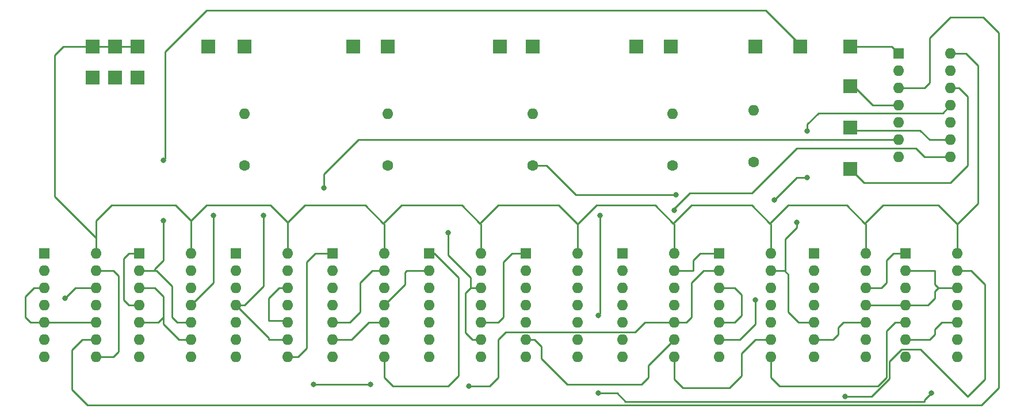
<source format=gbr>
%TF.GenerationSoftware,KiCad,Pcbnew,(5.1.6)-1*%
%TF.CreationDate,2020-12-22T11:19:16+01:00*%
%TF.ProjectId,Addierer,41646469-6572-4657-922e-6b696361645f,rev?*%
%TF.SameCoordinates,Original*%
%TF.FileFunction,Copper,L2,Bot*%
%TF.FilePolarity,Positive*%
%FSLAX46Y46*%
G04 Gerber Fmt 4.6, Leading zero omitted, Abs format (unit mm)*
G04 Created by KiCad (PCBNEW (5.1.6)-1) date 2020-12-22 11:19:16*
%MOMM*%
%LPD*%
G01*
G04 APERTURE LIST*
%TA.AperFunction,ComponentPad*%
%ADD10R,2.000000X2.000000*%
%TD*%
%TA.AperFunction,ComponentPad*%
%ADD11O,1.600000X1.600000*%
%TD*%
%TA.AperFunction,ComponentPad*%
%ADD12C,1.600000*%
%TD*%
%TA.AperFunction,ComponentPad*%
%ADD13R,1.600000X1.600000*%
%TD*%
%TA.AperFunction,ViaPad*%
%ADD14C,0.800000*%
%TD*%
%TA.AperFunction,Conductor*%
%ADD15C,0.250000*%
%TD*%
G04 APERTURE END LIST*
D10*
%TO.P,GND,1*%
%TO.N,Net-(GND1-Pad1)*%
X60452000Y-99568000D03*
%TD*%
%TO.P,GND,1*%
%TO.N,Net-(GND1-Pad1)*%
X57150000Y-99568000D03*
%TD*%
%TO.P,Vcc,1*%
%TO.N,+5V*%
X60452000Y-94996000D03*
%TD*%
%TO.P,Vcc,1*%
%TO.N,+5V*%
X57150000Y-94996000D03*
%TD*%
%TO.P,a1,1*%
%TO.N,Net-(U1-Pad1)*%
X70866000Y-94996000D03*
%TD*%
%TO.P,a2,1*%
%TO.N,Net-(U3-Pad4)*%
X92202000Y-94996000D03*
%TD*%
%TO.P,a3,1*%
%TO.N,Net-(U5-Pad12)*%
X113792000Y-94996000D03*
%TD*%
%TO.P,a4,1*%
%TO.N,Net-(U8-Pad12)*%
X133858000Y-94996000D03*
%TD*%
%TO.P,b1,1*%
%TO.N,Net-(U12-Pad1)*%
X165354000Y-94996000D03*
%TD*%
%TO.P,b2,1*%
%TO.N,Net-(U12-Pad4)*%
X165354000Y-100838000D03*
%TD*%
%TO.P,b3,1*%
%TO.N,Net-(U12-Pad9)*%
X165354000Y-106934000D03*
%TD*%
%TO.P,b4,1*%
%TO.N,Net-(U12-Pad12)*%
X165354000Y-113030000D03*
%TD*%
%TO.P,GND,1*%
%TO.N,Net-(GND1-Pad1)*%
X53848000Y-99568000D03*
%TD*%
D11*
%TO.P,R1,2*%
%TO.N,Net-(R1-Pad2)*%
X76200000Y-104902000D03*
D12*
%TO.P,R1,1*%
%TO.N,Net-(R1-Pad1)*%
X76200000Y-112522000D03*
%TD*%
D11*
%TO.P,R3,2*%
%TO.N,Net-(R3-Pad2)*%
X97282000Y-104902000D03*
D12*
%TO.P,R3,1*%
%TO.N,Net-(R3-Pad1)*%
X97282000Y-112522000D03*
%TD*%
%TO.P,R5,1*%
%TO.N,Net-(R5-Pad1)*%
X118618000Y-112522000D03*
D11*
%TO.P,R5,2*%
%TO.N,Net-(R5-Pad2)*%
X118618000Y-104902000D03*
%TD*%
D12*
%TO.P,R7,1*%
%TO.N,Net-(R7-Pad1)*%
X139192000Y-112522000D03*
D11*
%TO.P,R7,2*%
%TO.N,Net-(R7-Pad2)*%
X139192000Y-104902000D03*
%TD*%
D12*
%TO.P,R8,1*%
%TO.N,Net-(R8-Pad1)*%
X151130000Y-112014000D03*
D11*
%TO.P,R8,2*%
%TO.N,Net-(R8-Pad2)*%
X151130000Y-104394000D03*
%TD*%
D10*
%TO.P,S1,1*%
%TO.N,Net-(R1-Pad2)*%
X76200000Y-94996000D03*
%TD*%
%TO.P,S2,1*%
%TO.N,Net-(R3-Pad2)*%
X97282000Y-94996000D03*
%TD*%
%TO.P,S3,1*%
%TO.N,Net-(R5-Pad2)*%
X118618000Y-94996000D03*
%TD*%
%TO.P,S4,1*%
%TO.N,Net-(R7-Pad2)*%
X138938000Y-94996000D03*
%TD*%
D13*
%TO.P,U1,1*%
%TO.N,Net-(U1-Pad1)*%
X46736000Y-125476000D03*
D11*
%TO.P,U1,8*%
%TO.N,Net-(U1-Pad13)*%
X54356000Y-140716000D03*
%TO.P,U1,2*%
%TO.N,Net-(U1-Pad2)*%
X46736000Y-128016000D03*
%TO.P,U1,9*%
X54356000Y-138176000D03*
%TO.P,U1,3*%
%TO.N,Net-(U1-Pad10)*%
X46736000Y-130556000D03*
%TO.P,U1,10*%
X54356000Y-135636000D03*
%TO.P,U1,4*%
%TO.N,Net-(U1-Pad1)*%
X46736000Y-133096000D03*
%TO.P,U1,11*%
%TO.N,Net-(U1-Pad11)*%
X54356000Y-133096000D03*
%TO.P,U1,5*%
%TO.N,Net-(U1-Pad10)*%
X46736000Y-135636000D03*
%TO.P,U1,12*%
%TO.N,Net-(U1-Pad12)*%
X54356000Y-130556000D03*
%TO.P,U1,6*%
X46736000Y-138176000D03*
%TO.P,U1,13*%
%TO.N,Net-(U1-Pad13)*%
X54356000Y-128016000D03*
%TO.P,U1,7*%
%TO.N,Net-(GND1-Pad1)*%
X46736000Y-140716000D03*
%TO.P,U1,14*%
%TO.N,+5V*%
X54356000Y-125476000D03*
%TD*%
D13*
%TO.P,U2,1*%
%TO.N,Net-(U1-Pad11)*%
X60706000Y-125476000D03*
D11*
%TO.P,U2,8*%
%TO.N,Net-(U2-Pad13)*%
X68326000Y-140716000D03*
%TO.P,U2,2*%
%TO.N,Net-(U11-Pad1)*%
X60706000Y-128016000D03*
%TO.P,U2,9*%
%TO.N,Net-(U2-Pad3)*%
X68326000Y-138176000D03*
%TO.P,U2,3*%
X60706000Y-130556000D03*
%TO.P,U2,10*%
%TO.N,Net-(U11-Pad1)*%
X68326000Y-135636000D03*
%TO.P,U2,4*%
%TO.N,Net-(U1-Pad11)*%
X60706000Y-133096000D03*
%TO.P,U2,11*%
%TO.N,Net-(R1-Pad1)*%
X68326000Y-133096000D03*
%TO.P,U2,5*%
%TO.N,Net-(U2-Pad3)*%
X60706000Y-135636000D03*
%TO.P,U2,12*%
%TO.N,Net-(U2-Pad12)*%
X68326000Y-130556000D03*
%TO.P,U2,6*%
X60706000Y-138176000D03*
%TO.P,U2,13*%
%TO.N,Net-(U2-Pad13)*%
X68326000Y-128016000D03*
%TO.P,U2,7*%
%TO.N,Net-(GND1-Pad1)*%
X60706000Y-140716000D03*
%TO.P,U2,14*%
%TO.N,+5V*%
X68326000Y-125476000D03*
%TD*%
%TO.P,U3,14*%
%TO.N,+5V*%
X82550000Y-125476000D03*
%TO.P,U3,7*%
%TO.N,Net-(GND1-Pad1)*%
X74930000Y-140716000D03*
%TO.P,U3,13*%
%TO.N,Net-(U12-Pad6)*%
X82550000Y-128016000D03*
%TO.P,U3,6*%
%TO.N,Net-(U3-Pad10)*%
X74930000Y-138176000D03*
%TO.P,U3,12*%
X82550000Y-130556000D03*
%TO.P,U3,5*%
%TO.N,Net-(U12-Pad6)*%
X74930000Y-135636000D03*
%TO.P,U3,11*%
%TO.N,Net-(U3-Pad11)*%
X82550000Y-133096000D03*
%TO.P,U3,4*%
%TO.N,Net-(U3-Pad4)*%
X74930000Y-133096000D03*
%TO.P,U3,10*%
%TO.N,Net-(U3-Pad10)*%
X82550000Y-135636000D03*
%TO.P,U3,3*%
%TO.N,Net-(U3-Pad3)*%
X74930000Y-130556000D03*
%TO.P,U3,9*%
%TO.N,Net-(U3-Pad4)*%
X82550000Y-138176000D03*
%TO.P,U3,2*%
%TO.N,Net-(U1-Pad10)*%
X74930000Y-128016000D03*
%TO.P,U3,8*%
%TO.N,Net-(U3-Pad8)*%
X82550000Y-140716000D03*
D13*
%TO.P,U3,1*%
%TO.N,Net-(U2-Pad3)*%
X74930000Y-125476000D03*
%TD*%
D11*
%TO.P,U4,14*%
%TO.N,+5V*%
X96774000Y-125476000D03*
%TO.P,U4,7*%
%TO.N,Net-(GND1-Pad1)*%
X89154000Y-140716000D03*
%TO.P,U4,13*%
%TO.N,Net-(U3-Pad3)*%
X96774000Y-128016000D03*
%TO.P,U4,6*%
%TO.N,Net-(U4-Pad10)*%
X89154000Y-138176000D03*
%TO.P,U4,12*%
X96774000Y-130556000D03*
%TO.P,U4,5*%
%TO.N,Net-(U3-Pad3)*%
X89154000Y-135636000D03*
%TO.P,U4,11*%
%TO.N,Net-(U4-Pad11)*%
X96774000Y-133096000D03*
%TO.P,U4,4*%
%TO.N,Net-(U4-Pad3)*%
X89154000Y-133096000D03*
%TO.P,U4,10*%
%TO.N,Net-(U4-Pad10)*%
X96774000Y-135636000D03*
%TO.P,U4,3*%
%TO.N,Net-(U4-Pad3)*%
X89154000Y-130556000D03*
%TO.P,U4,9*%
X96774000Y-138176000D03*
%TO.P,U4,2*%
%TO.N,Net-(U3-Pad11)*%
X89154000Y-128016000D03*
%TO.P,U4,8*%
%TO.N,Net-(U4-Pad8)*%
X96774000Y-140716000D03*
D13*
%TO.P,U4,1*%
%TO.N,Net-(U3-Pad8)*%
X89154000Y-125476000D03*
%TD*%
%TO.P,U5,1*%
%TO.N,Net-(U4-Pad8)*%
X103378000Y-125476000D03*
D11*
%TO.P,U5,8*%
%TO.N,Net-(U5-Pad13)*%
X110998000Y-140716000D03*
%TO.P,U5,2*%
%TO.N,Net-(U4-Pad11)*%
X103378000Y-128016000D03*
%TO.P,U5,9*%
%TO.N,Net-(U5-Pad12)*%
X110998000Y-138176000D03*
%TO.P,U5,3*%
%TO.N,Net-(R3-Pad1)*%
X103378000Y-130556000D03*
%TO.P,U5,10*%
%TO.N,Net-(U12-Pad8)*%
X110998000Y-135636000D03*
%TO.P,U5,4*%
%TO.N,Net-(U4-Pad10)*%
X103378000Y-133096000D03*
%TO.P,U5,11*%
%TO.N,Net-(U5-Pad11)*%
X110998000Y-133096000D03*
%TO.P,U5,5*%
%TO.N,Net-(U3-Pad10)*%
X103378000Y-135636000D03*
%TO.P,U5,12*%
%TO.N,Net-(U5-Pad12)*%
X110998000Y-130556000D03*
%TO.P,U5,6*%
%TO.N,Net-(U5-Pad6)*%
X103378000Y-138176000D03*
%TO.P,U5,13*%
%TO.N,Net-(U5-Pad13)*%
X110998000Y-128016000D03*
%TO.P,U5,7*%
%TO.N,Net-(GND1-Pad1)*%
X103378000Y-140716000D03*
%TO.P,U5,14*%
%TO.N,+5V*%
X110998000Y-125476000D03*
%TD*%
%TO.P,U6,14*%
%TO.N,+5V*%
X125222000Y-125476000D03*
%TO.P,U6,7*%
%TO.N,Net-(GND1-Pad1)*%
X117602000Y-140716000D03*
%TO.P,U6,13*%
%TO.N,N/C*%
X125222000Y-128016000D03*
%TO.P,U6,6*%
%TO.N,Net-(U6-Pad6)*%
X117602000Y-138176000D03*
%TO.P,U6,12*%
%TO.N,N/C*%
X125222000Y-130556000D03*
%TO.P,U6,5*%
%TO.N,Net-(U6-Pad3)*%
X117602000Y-135636000D03*
%TO.P,U6,11*%
%TO.N,N/C*%
X125222000Y-133096000D03*
%TO.P,U6,4*%
%TO.N,Net-(U5-Pad11)*%
X117602000Y-133096000D03*
%TO.P,U6,10*%
%TO.N,N/C*%
X125222000Y-135636000D03*
%TO.P,U6,3*%
%TO.N,Net-(U6-Pad3)*%
X117602000Y-130556000D03*
%TO.P,U6,9*%
%TO.N,N/C*%
X125222000Y-138176000D03*
%TO.P,U6,2*%
%TO.N,Net-(U5-Pad13)*%
X117602000Y-128016000D03*
%TO.P,U6,8*%
%TO.N,N/C*%
X125222000Y-140716000D03*
D13*
%TO.P,U6,1*%
%TO.N,Net-(U12-Pad8)*%
X117602000Y-125476000D03*
%TD*%
%TO.P,U7,1*%
%TO.N,N/C*%
X131826000Y-125476000D03*
D11*
%TO.P,U7,8*%
%TO.N,Net-(U7-Pad13)*%
X139446000Y-140716000D03*
%TO.P,U7,2*%
%TO.N,N/C*%
X131826000Y-128016000D03*
%TO.P,U7,9*%
%TO.N,Net-(U6-Pad6)*%
X139446000Y-138176000D03*
%TO.P,U7,3*%
%TO.N,N/C*%
X131826000Y-130556000D03*
%TO.P,U7,10*%
%TO.N,Net-(U5-Pad6)*%
X139446000Y-135636000D03*
%TO.P,U7,4*%
%TO.N,N/C*%
X131826000Y-133096000D03*
%TO.P,U7,11*%
%TO.N,Net-(U7-Pad11)*%
X139446000Y-133096000D03*
%TO.P,U7,5*%
%TO.N,N/C*%
X131826000Y-135636000D03*
%TO.P,U7,12*%
%TO.N,Net-(U6-Pad6)*%
X139446000Y-130556000D03*
%TO.P,U7,6*%
%TO.N,N/C*%
X131826000Y-138176000D03*
%TO.P,U7,13*%
%TO.N,Net-(U7-Pad13)*%
X139446000Y-128016000D03*
%TO.P,U7,7*%
%TO.N,Net-(GND1-Pad1)*%
X131826000Y-140716000D03*
%TO.P,U7,14*%
%TO.N,+5V*%
X139446000Y-125476000D03*
%TD*%
%TO.P,U8,14*%
%TO.N,+5V*%
X153670000Y-125476000D03*
%TO.P,U8,7*%
%TO.N,Net-(GND1-Pad1)*%
X146050000Y-140716000D03*
%TO.P,U8,13*%
%TO.N,Net-(U12-Pad11)*%
X153670000Y-128016000D03*
%TO.P,U8,6*%
%TO.N,Net-(R5-Pad1)*%
X146050000Y-138176000D03*
%TO.P,U8,12*%
%TO.N,Net-(U8-Pad12)*%
X153670000Y-130556000D03*
%TO.P,U8,5*%
%TO.N,Net-(U8-Pad3)*%
X146050000Y-135636000D03*
%TO.P,U8,11*%
%TO.N,Net-(U10-Pad13)*%
X153670000Y-133096000D03*
%TO.P,U8,4*%
%TO.N,Net-(U7-Pad11)*%
X146050000Y-133096000D03*
%TO.P,U8,10*%
%TO.N,Net-(U5-Pad13)*%
X153670000Y-135636000D03*
%TO.P,U8,3*%
%TO.N,Net-(U8-Pad3)*%
X146050000Y-130556000D03*
%TO.P,U8,9*%
%TO.N,Net-(U7-Pad13)*%
X153670000Y-138176000D03*
%TO.P,U8,2*%
%TO.N,Net-(U5-Pad6)*%
X146050000Y-128016000D03*
%TO.P,U8,8*%
%TO.N,Net-(U10-Pad5)*%
X153670000Y-140716000D03*
D13*
%TO.P,U8,1*%
%TO.N,Net-(U7-Pad13)*%
X146050000Y-125476000D03*
%TD*%
%TO.P,U9,1*%
%TO.N,Net-(U8-Pad12)*%
X160020000Y-125476000D03*
D11*
%TO.P,U9,8*%
%TO.N,Net-(U10-Pad1)*%
X167640000Y-140716000D03*
%TO.P,U9,2*%
%TO.N,Net-(U10-Pad13)*%
X160020000Y-128016000D03*
%TO.P,U9,9*%
%TO.N,Net-(U9-Pad3)*%
X167640000Y-138176000D03*
%TO.P,U9,3*%
X160020000Y-130556000D03*
%TO.P,U9,10*%
%TO.N,Net-(U9-Pad10)*%
X167640000Y-135636000D03*
%TO.P,U9,4*%
%TO.N,Net-(U10-Pad13)*%
X160020000Y-133096000D03*
%TO.P,U9,11*%
%TO.N,Net-(U10-Pad12)*%
X167640000Y-133096000D03*
%TO.P,U9,5*%
%TO.N,Net-(U12-Pad11)*%
X160020000Y-135636000D03*
%TO.P,U9,12*%
%TO.N,Net-(U10-Pad1)*%
X167640000Y-130556000D03*
%TO.P,U9,6*%
%TO.N,Net-(U9-Pad10)*%
X160020000Y-138176000D03*
%TO.P,U9,13*%
%TO.N,Net-(U10-Pad5)*%
X167640000Y-128016000D03*
%TO.P,U9,7*%
%TO.N,Net-(GND1-Pad1)*%
X160020000Y-140716000D03*
%TO.P,U9,14*%
%TO.N,+5V*%
X167640000Y-125476000D03*
%TD*%
%TO.P,U10,14*%
%TO.N,+5V*%
X181102000Y-125476000D03*
%TO.P,U10,7*%
%TO.N,Net-(GND1-Pad1)*%
X173482000Y-140716000D03*
%TO.P,U10,13*%
%TO.N,Net-(U10-Pad13)*%
X181102000Y-128016000D03*
%TO.P,U10,6*%
%TO.N,Net-(U10-Pad10)*%
X173482000Y-138176000D03*
%TO.P,U10,12*%
%TO.N,Net-(U10-Pad12)*%
X181102000Y-130556000D03*
%TO.P,U10,5*%
%TO.N,Net-(U10-Pad5)*%
X173482000Y-135636000D03*
%TO.P,U10,11*%
%TO.N,Net-(R8-Pad1)*%
X181102000Y-133096000D03*
%TO.P,U10,4*%
%TO.N,Net-(U10-Pad12)*%
X173482000Y-133096000D03*
%TO.P,U10,10*%
%TO.N,Net-(U10-Pad10)*%
X181102000Y-135636000D03*
%TO.P,U10,3*%
%TO.N,Net-(U10-Pad3)*%
X173482000Y-130556000D03*
%TO.P,U10,9*%
X181102000Y-138176000D03*
%TO.P,U10,2*%
%TO.N,Net-(U10-Pad12)*%
X173482000Y-128016000D03*
%TO.P,U10,8*%
%TO.N,Net-(R7-Pad1)*%
X181102000Y-140716000D03*
D13*
%TO.P,U10,1*%
%TO.N,Net-(U10-Pad1)*%
X173482000Y-125476000D03*
%TD*%
D10*
%TO.P,U11,1*%
%TO.N,Net-(U11-Pad1)*%
X157988000Y-94996000D03*
%TD*%
D13*
%TO.P,U12,1*%
%TO.N,Net-(U12-Pad1)*%
X172466000Y-96012000D03*
D11*
%TO.P,U12,8*%
%TO.N,Net-(U12-Pad8)*%
X180086000Y-111252000D03*
%TO.P,U12,2*%
%TO.N,Net-(U11-Pad1)*%
X172466000Y-98552000D03*
%TO.P,U12,9*%
%TO.N,Net-(U12-Pad9)*%
X180086000Y-108712000D03*
%TO.P,U12,3*%
%TO.N,Net-(U1-Pad2)*%
X172466000Y-101092000D03*
%TO.P,U12,10*%
%TO.N,Net-(U11-Pad1)*%
X180086000Y-106172000D03*
%TO.P,U12,4*%
%TO.N,Net-(U12-Pad4)*%
X172466000Y-103632000D03*
%TO.P,U12,11*%
%TO.N,Net-(U12-Pad11)*%
X180086000Y-103632000D03*
%TO.P,U12,5*%
%TO.N,Net-(U11-Pad1)*%
X172466000Y-106172000D03*
%TO.P,U12,12*%
%TO.N,Net-(U12-Pad12)*%
X180086000Y-101092000D03*
%TO.P,U12,6*%
%TO.N,Net-(U12-Pad6)*%
X172466000Y-108712000D03*
%TO.P,U12,13*%
%TO.N,Net-(U11-Pad1)*%
X180086000Y-98552000D03*
%TO.P,U12,7*%
%TO.N,Net-(GND1-Pad1)*%
X172466000Y-111252000D03*
%TO.P,U12,14*%
%TO.N,+5V*%
X180086000Y-96012000D03*
%TD*%
D10*
%TO.P,Vcc,1*%
%TO.N,+5V*%
X53848000Y-94996000D03*
%TD*%
%TO.P,\u00DCn+4,1*%
%TO.N,Net-(R8-Pad2)*%
X151384000Y-94996000D03*
%TD*%
D14*
%TO.N,Net-(R1-Pad1)*%
X71628000Y-119888000D03*
%TO.N,Net-(U1-Pad12)*%
X49784000Y-132080000D03*
%TO.N,Net-(U3-Pad4)*%
X78994000Y-119888000D03*
%TO.N,Net-(U3-Pad10)*%
X86360000Y-144780000D03*
X94742000Y-144780000D03*
%TO.N,Net-(U5-Pad12)*%
X106172000Y-122428000D03*
%TO.N,Net-(R5-Pad1)*%
X139700000Y-116840000D03*
X151384000Y-132334000D03*
%TO.N,Net-(R7-Pad1)*%
X128524000Y-119888000D03*
X128270000Y-134620000D03*
X128270000Y-146050000D03*
X177292000Y-146050000D03*
%TO.N,Net-(U10-Pad13)*%
X164592000Y-146558000D03*
%TO.N,Net-(U12-Pad6)*%
X87884000Y-115824000D03*
%TO.N,Net-(U12-Pad8)*%
X139446000Y-119126000D03*
%TO.N,Net-(U5-Pad6)*%
X109220000Y-145034000D03*
%TO.N,Net-(U12-Pad11)*%
X159004000Y-107442000D03*
X159004000Y-114300000D03*
X154178000Y-117602000D03*
X157480000Y-120904000D03*
%TO.N,Net-(U11-Pad1)*%
X64262000Y-111760000D03*
X64262000Y-120650000D03*
%TD*%
D15*
%TO.N,Net-(U1-Pad2)*%
X172466000Y-101092000D02*
X176276000Y-101092000D01*
X176276000Y-101092000D02*
X177038000Y-100330000D01*
X177038000Y-100330000D02*
X177038000Y-93726000D01*
X177038000Y-93726000D02*
X180086000Y-90678000D01*
X180086000Y-90678000D02*
X184912000Y-90678000D01*
X184912000Y-90678000D02*
X187198000Y-92964000D01*
X187198000Y-92964000D02*
X187198000Y-145288000D01*
X187198000Y-145288000D02*
X184658000Y-147828000D01*
X184658000Y-147828000D02*
X53086000Y-147828000D01*
X53086000Y-147828000D02*
X50800000Y-145542000D01*
X50800000Y-145542000D02*
X50800000Y-139700000D01*
X52324000Y-138176000D02*
X54356000Y-138176000D01*
X50800000Y-139700000D02*
X52324000Y-138176000D01*
%TO.N,Net-(R1-Pad1)*%
X68326000Y-133096000D02*
X71120000Y-130302000D01*
X71120000Y-130302000D02*
X71628000Y-129794000D01*
X71628000Y-129794000D02*
X71628000Y-119888000D01*
%TO.N,Net-(U1-Pad13)*%
X54356000Y-128016000D02*
X56896000Y-128016000D01*
X56896000Y-128016000D02*
X57658000Y-128778000D01*
X57658000Y-128778000D02*
X57658000Y-139954000D01*
X56896000Y-140716000D02*
X54356000Y-140716000D01*
X57658000Y-139954000D02*
X56896000Y-140716000D01*
%TO.N,Net-(U1-Pad10)*%
X46736000Y-130556000D02*
X45212000Y-130556000D01*
X45212000Y-130556000D02*
X43942000Y-131826000D01*
X43942000Y-131826000D02*
X43942000Y-134874000D01*
X44704000Y-135636000D02*
X46736000Y-135636000D01*
X43942000Y-134874000D02*
X44704000Y-135636000D01*
X46736000Y-135636000D02*
X54356000Y-135636000D01*
%TO.N,Net-(U1-Pad11)*%
X58420000Y-132334000D02*
X59182000Y-133096000D01*
X58420000Y-126238000D02*
X58420000Y-132334000D01*
X59182000Y-133096000D02*
X60706000Y-133096000D01*
X60706000Y-125476000D02*
X59182000Y-125476000D01*
X59182000Y-125476000D02*
X58420000Y-126238000D01*
%TO.N,Net-(U1-Pad12)*%
X51308000Y-130556000D02*
X54356000Y-130556000D01*
X49784000Y-132080000D02*
X51308000Y-130556000D01*
%TO.N,Net-(U2-Pad3)*%
X60706000Y-130556000D02*
X62992000Y-130556000D01*
X62992000Y-130556000D02*
X64262000Y-131826000D01*
X64262000Y-131826000D02*
X64262000Y-134874000D01*
X63500000Y-135636000D02*
X60706000Y-135636000D01*
X64262000Y-134874000D02*
X63500000Y-135636000D01*
X64262000Y-134874000D02*
X64262000Y-135890000D01*
X66548000Y-138176000D02*
X68326000Y-138176000D01*
X64262000Y-135890000D02*
X66548000Y-138176000D01*
%TO.N,Net-(U3-Pad4)*%
X82550000Y-138176000D02*
X79756000Y-138176000D01*
X79756000Y-137922000D02*
X77978000Y-136144000D01*
X79756000Y-138176000D02*
X79756000Y-137922000D01*
X74930000Y-133096000D02*
X77978000Y-136144000D01*
X77978000Y-136144000D02*
X78232000Y-136398000D01*
X74930000Y-133096000D02*
X76200000Y-133096000D01*
X76200000Y-133096000D02*
X78994000Y-130302000D01*
X78994000Y-130302000D02*
X78994000Y-119888000D01*
%TO.N,Net-(U3-Pad10)*%
X82550000Y-130556000D02*
X81280000Y-130556000D01*
X81280000Y-130556000D02*
X79756000Y-132080000D01*
X79756000Y-132080000D02*
X79756000Y-135382000D01*
X82296000Y-135382000D02*
X82550000Y-135636000D01*
X79756000Y-135382000D02*
X82296000Y-135382000D01*
X86360000Y-144780000D02*
X94742000Y-144780000D01*
%TO.N,Net-(U3-Pad8)*%
X89154000Y-125476000D02*
X86614000Y-125476000D01*
X86614000Y-125476000D02*
X85344000Y-126746000D01*
X85344000Y-126746000D02*
X85344000Y-139446000D01*
X84074000Y-140716000D02*
X82550000Y-140716000D01*
X85344000Y-139446000D02*
X84074000Y-140716000D01*
%TO.N,Net-(U4-Pad8)*%
X98044000Y-145034000D02*
X96774000Y-143764000D01*
X106172000Y-145034000D02*
X98044000Y-145034000D01*
X103378000Y-125476000D02*
X104140000Y-125476000D01*
X96774000Y-143764000D02*
X96774000Y-140716000D01*
X107696000Y-129032000D02*
X107696000Y-143510000D01*
X104140000Y-125476000D02*
X107696000Y-129032000D01*
X107696000Y-143510000D02*
X106172000Y-145034000D01*
%TO.N,Net-(U4-Pad10)*%
X89154000Y-138176000D02*
X91948000Y-138176000D01*
X94488000Y-135636000D02*
X96774000Y-135636000D01*
X91948000Y-138176000D02*
X94488000Y-135636000D01*
%TO.N,Net-(U4-Pad11)*%
X96774000Y-133096000D02*
X99822000Y-130048000D01*
X99822000Y-130048000D02*
X99822000Y-128270000D01*
X100076000Y-128016000D02*
X103378000Y-128016000D01*
X99822000Y-128270000D02*
X100076000Y-128016000D01*
%TO.N,+5V*%
X60452000Y-94996000D02*
X57150000Y-94996000D01*
X57150000Y-94996000D02*
X53848000Y-94996000D01*
X53848000Y-94996000D02*
X49530000Y-94996000D01*
X49530000Y-94996000D02*
X48260000Y-96266000D01*
X48260000Y-96266000D02*
X48260000Y-117094000D01*
X54356000Y-123190000D02*
X54356000Y-125476000D01*
X48260000Y-117094000D02*
X54356000Y-123190000D01*
X68326000Y-125476000D02*
X68326000Y-120650000D01*
X68326000Y-120650000D02*
X66040000Y-118364000D01*
X66040000Y-118364000D02*
X56642000Y-118364000D01*
X54356000Y-120650000D02*
X54356000Y-123190000D01*
X56642000Y-118364000D02*
X54356000Y-120650000D01*
X70612000Y-118364000D02*
X68326000Y-120650000D01*
X80010000Y-118364000D02*
X70612000Y-118364000D01*
X82550000Y-125476000D02*
X82550000Y-120904000D01*
X82550000Y-120904000D02*
X80010000Y-118364000D01*
X85090000Y-118364000D02*
X82550000Y-120904000D01*
X93980000Y-118364000D02*
X85090000Y-118364000D01*
X96774000Y-125476000D02*
X96774000Y-121158000D01*
X110998000Y-125476000D02*
X110998000Y-121158000D01*
X108204000Y-118364000D02*
X99314000Y-118364000D01*
X99314000Y-118364000D02*
X96647000Y-121031000D01*
X96774000Y-121158000D02*
X96647000Y-121031000D01*
X96647000Y-121031000D02*
X93980000Y-118364000D01*
X125222000Y-125476000D02*
X125222000Y-121158000D01*
X125222000Y-121158000D02*
X122428000Y-118364000D01*
X122428000Y-118364000D02*
X113538000Y-118364000D01*
X110998000Y-121158000D02*
X110871000Y-121031000D01*
X113538000Y-118364000D02*
X110871000Y-121031000D01*
X110871000Y-121031000D02*
X108204000Y-118364000D01*
X139446000Y-125476000D02*
X139446000Y-121158000D01*
X136652000Y-118364000D02*
X128016000Y-118364000D01*
X128016000Y-118364000D02*
X125222000Y-121158000D01*
X153670000Y-125476000D02*
X153670000Y-121158000D01*
X150876000Y-118364000D02*
X141986000Y-118364000D01*
X141986000Y-118364000D02*
X139319000Y-121031000D01*
X139446000Y-121158000D02*
X139319000Y-121031000D01*
X139319000Y-121031000D02*
X136652000Y-118364000D01*
X167640000Y-125476000D02*
X167640000Y-121158000D01*
X164846000Y-118364000D02*
X156210000Y-118364000D01*
X156210000Y-118364000D02*
X153543000Y-121031000D01*
X153670000Y-121158000D02*
X153543000Y-121031000D01*
X153543000Y-121031000D02*
X150876000Y-118364000D01*
X181102000Y-125476000D02*
X181102000Y-121158000D01*
X181102000Y-121158000D02*
X178308000Y-118364000D01*
X178308000Y-118364000D02*
X170180000Y-118364000D01*
X170180000Y-118364000D02*
X167513000Y-121031000D01*
X167640000Y-121158000D02*
X167513000Y-121031000D01*
X167513000Y-121031000D02*
X164846000Y-118364000D01*
X181102000Y-121158000D02*
X184150000Y-118110000D01*
X184150000Y-118110000D02*
X184150000Y-97790000D01*
X182372000Y-96012000D02*
X180086000Y-96012000D01*
X184150000Y-97790000D02*
X182372000Y-96012000D01*
%TO.N,Net-(U5-Pad12)*%
X108712000Y-131318000D02*
X109474000Y-130556000D01*
X109474000Y-130556000D02*
X110998000Y-130556000D01*
X108712000Y-137160000D02*
X108712000Y-131318000D01*
X109728000Y-138176000D02*
X108712000Y-137160000D01*
X110998000Y-138176000D02*
X109728000Y-138176000D01*
X106172000Y-122428000D02*
X106172000Y-125730000D01*
X109474000Y-129032000D02*
X109474000Y-130556000D01*
X106172000Y-125730000D02*
X109474000Y-129032000D01*
%TO.N,Net-(R5-Pad1)*%
X118618000Y-112522000D02*
X120650000Y-112522000D01*
X120650000Y-112522000D02*
X124968000Y-116840000D01*
X124968000Y-116840000D02*
X139700000Y-116840000D01*
X151384000Y-132334000D02*
X151384000Y-135890000D01*
X149098000Y-138176000D02*
X146050000Y-138176000D01*
X151384000Y-135890000D02*
X149098000Y-138176000D01*
%TO.N,Net-(R7-Pad1)*%
X128524000Y-119888000D02*
X128524000Y-134366000D01*
X128524000Y-134366000D02*
X128270000Y-134620000D01*
X128270000Y-146050000D02*
X131064000Y-146050000D01*
X132297001Y-147283001D02*
X176312999Y-147283001D01*
X131064000Y-146050000D02*
X132297001Y-147283001D01*
X176312999Y-147029001D02*
X176312999Y-147283001D01*
X177292000Y-146050000D02*
X176312999Y-147029001D01*
%TO.N,Net-(U6-Pad6)*%
X139446000Y-138176000D02*
X135636000Y-141986000D01*
X135636000Y-141986000D02*
X135636000Y-143764000D01*
X135636000Y-143764000D02*
X134620000Y-144780000D01*
X134620000Y-144780000D02*
X123698000Y-144780000D01*
X123698000Y-144780000D02*
X119888000Y-140970000D01*
X119888000Y-140970000D02*
X119888000Y-139192000D01*
X118872000Y-138176000D02*
X117602000Y-138176000D01*
X119888000Y-139192000D02*
X118872000Y-138176000D01*
%TO.N,Net-(U7-Pad13)*%
X153670000Y-138176000D02*
X151384000Y-138176000D01*
X151384000Y-138176000D02*
X149352000Y-140208000D01*
X149352000Y-140208000D02*
X149352000Y-143510000D01*
X149352000Y-143510000D02*
X147574000Y-145288000D01*
X147574000Y-145288000D02*
X140716000Y-145288000D01*
X139446000Y-144018000D02*
X139446000Y-140716000D01*
X140716000Y-145288000D02*
X139446000Y-144018000D01*
X146050000Y-125476000D02*
X143256000Y-125476000D01*
X143256000Y-125476000D02*
X142240000Y-126492000D01*
X142240000Y-126492000D02*
X142240000Y-128016000D01*
X142240000Y-128016000D02*
X139446000Y-128016000D01*
%TO.N,Net-(U8-Pad3)*%
X146050000Y-130556000D02*
X148336000Y-130556000D01*
X148336000Y-130556000D02*
X149352000Y-131572000D01*
X149352000Y-131572000D02*
X149352000Y-134620000D01*
X148336000Y-135636000D02*
X146050000Y-135636000D01*
X149352000Y-134620000D02*
X148336000Y-135636000D01*
%TO.N,Net-(U10-Pad13)*%
X181102000Y-128016000D02*
X183134000Y-128016000D01*
X183134000Y-128016000D02*
X185166000Y-130048000D01*
X185166000Y-130048000D02*
X185166000Y-138317002D01*
X185166000Y-138317002D02*
X185166000Y-144018000D01*
X185166000Y-144018000D02*
X182626000Y-146558000D01*
X168530410Y-146558000D02*
X164592000Y-146558000D01*
X175658999Y-139590999D02*
X172941999Y-139590999D01*
X171138010Y-141394988D02*
X171138009Y-143950401D01*
X171138009Y-143950401D02*
X168530410Y-146558000D01*
X182626000Y-146558000D02*
X175658999Y-139590999D01*
X172941999Y-139590999D02*
X171138010Y-141394988D01*
%TO.N,Net-(U10-Pad5)*%
X173482000Y-135636000D02*
X171958000Y-135636000D01*
X171958000Y-135636000D02*
X170688000Y-136906000D01*
X170688000Y-136906000D02*
X170688000Y-143764000D01*
X170688000Y-143764000D02*
X169418000Y-145034000D01*
X169418000Y-145034000D02*
X154940000Y-145034000D01*
X153670000Y-143764000D02*
X153670000Y-140716000D01*
X154940000Y-145034000D02*
X153670000Y-143764000D01*
%TO.N,Net-(U9-Pad10)*%
X160020000Y-138176000D02*
X162814000Y-138176000D01*
X162814000Y-138176000D02*
X163576000Y-137414000D01*
X163576000Y-137414000D02*
X163576000Y-136398000D01*
X164338000Y-135636000D02*
X167640000Y-135636000D01*
X163576000Y-136398000D02*
X164338000Y-135636000D01*
%TO.N,Net-(U10-Pad1)*%
X173482000Y-125476000D02*
X171704000Y-125476000D01*
X171704000Y-125476000D02*
X170688000Y-126492000D01*
X170688000Y-126492000D02*
X170688000Y-129794000D01*
X169926000Y-130556000D02*
X167640000Y-130556000D01*
X170688000Y-129794000D02*
X169926000Y-130556000D01*
%TO.N,Net-(U10-Pad12)*%
X173482000Y-133096000D02*
X176784000Y-133096000D01*
X176784000Y-133096000D02*
X177800000Y-132080000D01*
X177800000Y-132080000D02*
X177800000Y-131064000D01*
X178308000Y-130556000D02*
X181102000Y-130556000D01*
X177800000Y-131064000D02*
X178308000Y-130556000D01*
X173482000Y-128016000D02*
X177800000Y-128016000D01*
X177800000Y-130048000D02*
X178308000Y-130556000D01*
X177800000Y-128016000D02*
X177800000Y-130048000D01*
X173482000Y-133096000D02*
X167640000Y-133096000D01*
%TO.N,Net-(U10-Pad10)*%
X173482000Y-138176000D02*
X177038000Y-138176000D01*
X177038000Y-138176000D02*
X177800000Y-137414000D01*
X177800000Y-137414000D02*
X177800000Y-136652000D01*
X178816000Y-135636000D02*
X181102000Y-135636000D01*
X177800000Y-136652000D02*
X178816000Y-135636000D01*
%TO.N,Net-(U12-Pad1)*%
X171450000Y-94996000D02*
X172466000Y-96012000D01*
X165354000Y-94996000D02*
X171450000Y-94996000D01*
%TO.N,Net-(U12-Pad4)*%
X165354000Y-100838000D02*
X165862000Y-100838000D01*
X168656000Y-103632000D02*
X172466000Y-103632000D01*
X165862000Y-100838000D02*
X168656000Y-103632000D01*
%TO.N,Net-(U12-Pad9)*%
X165717001Y-107297001D02*
X175623001Y-107297001D01*
X165354000Y-106934000D02*
X165717001Y-107297001D01*
X177038000Y-108712000D02*
X180086000Y-108712000D01*
X175623001Y-107297001D02*
X177038000Y-108712000D01*
%TO.N,Net-(U12-Pad12)*%
X167386000Y-115062000D02*
X165354000Y-113030000D01*
X182626000Y-112522000D02*
X180086000Y-115062000D01*
X180086000Y-101092000D02*
X181356000Y-101092000D01*
X182626000Y-102362000D02*
X182626000Y-112522000D01*
X181356000Y-101092000D02*
X182626000Y-102362000D01*
X180086000Y-115062000D02*
X167386000Y-115062000D01*
%TO.N,Net-(U3-Pad3)*%
X89154000Y-135636000D02*
X91694000Y-135636000D01*
X91694000Y-135636000D02*
X93218000Y-134112000D01*
X93218000Y-134112000D02*
X93218000Y-129794000D01*
X94996000Y-128016000D02*
X96774000Y-128016000D01*
X93218000Y-129794000D02*
X94996000Y-128016000D01*
%TO.N,Net-(U12-Pad6)*%
X172466000Y-108712000D02*
X92964000Y-108712000D01*
X92964000Y-108712000D02*
X87884000Y-113792000D01*
X87884000Y-113792000D02*
X87884000Y-115824000D01*
%TO.N,Net-(U12-Pad8)*%
X117602000Y-125476000D02*
X115570000Y-125476000D01*
X115570000Y-125476000D02*
X114300000Y-126746000D01*
X114300000Y-126746000D02*
X114300000Y-134874000D01*
X113538000Y-135636000D02*
X110998000Y-135636000D01*
X114300000Y-134874000D02*
X113538000Y-135636000D01*
X180086000Y-111252000D02*
X176276000Y-111252000D01*
X176276000Y-111252000D02*
X175006000Y-109982000D01*
X175006000Y-109982000D02*
X157480000Y-109982000D01*
X157480000Y-109982000D02*
X150876000Y-116586000D01*
X150876000Y-116586000D02*
X141732000Y-116586000D01*
X141732000Y-116586000D02*
X139446000Y-118872000D01*
X139446000Y-118872000D02*
X139446000Y-119126000D01*
%TO.N,Net-(U5-Pad6)*%
X146050000Y-128016000D02*
X143764000Y-128016000D01*
X143764000Y-128016000D02*
X141986000Y-129794000D01*
X141986000Y-129794000D02*
X141986000Y-134874000D01*
X141224000Y-135636000D02*
X139446000Y-135636000D01*
X141986000Y-134874000D02*
X141224000Y-135636000D01*
X139446000Y-135636000D02*
X135128000Y-135636000D01*
X133713001Y-137050999D02*
X114663001Y-137050999D01*
X135128000Y-135636000D02*
X133713001Y-137050999D01*
X114663001Y-137050999D02*
X113538000Y-138176000D01*
X113538000Y-138176000D02*
X113538000Y-139841002D01*
X113538000Y-139841002D02*
X113538000Y-143764000D01*
X113538000Y-143764000D02*
X112268000Y-145034000D01*
X112268000Y-145034000D02*
X109220000Y-145034000D01*
%TO.N,Net-(U12-Pad11)*%
X153670000Y-128016000D02*
X155702000Y-128016000D01*
X156210000Y-128524000D02*
X156210000Y-134112000D01*
X157734000Y-135636000D02*
X160020000Y-135636000D01*
X156210000Y-134112000D02*
X157734000Y-135636000D01*
X178960999Y-104757001D02*
X160672999Y-104757001D01*
X180086000Y-103632000D02*
X178960999Y-104757001D01*
X160672999Y-104757001D02*
X159004000Y-106426000D01*
X159004000Y-106426000D02*
X159004000Y-107442000D01*
X159004000Y-114300000D02*
X157480000Y-114300000D01*
X157480000Y-114300000D02*
X154178000Y-117602000D01*
X157480000Y-120904000D02*
X157480000Y-121666000D01*
X155829000Y-123317000D02*
X155829000Y-128143000D01*
X157480000Y-121666000D02*
X155829000Y-123317000D01*
X155702000Y-128016000D02*
X155829000Y-128143000D01*
X155829000Y-128143000D02*
X156210000Y-128524000D01*
%TO.N,Net-(U11-Pad1)*%
X63246000Y-128016000D02*
X65532000Y-130302000D01*
X65532000Y-130302000D02*
X65532000Y-134874000D01*
X65532000Y-134874000D02*
X66294000Y-135636000D01*
X66294000Y-135636000D02*
X68326000Y-135636000D01*
X157988000Y-94996000D02*
X157988000Y-94742000D01*
X157988000Y-94742000D02*
X152908000Y-89662000D01*
X152908000Y-89662000D02*
X70612000Y-89662000D01*
X70612000Y-89662000D02*
X64516000Y-95758000D01*
X64516000Y-95758000D02*
X64516000Y-111506000D01*
X64516000Y-111506000D02*
X64262000Y-111760000D01*
X64262000Y-120650000D02*
X64262000Y-126492000D01*
X62992000Y-127762000D02*
X62992000Y-128016000D01*
X64262000Y-126492000D02*
X62992000Y-127762000D01*
X60706000Y-128016000D02*
X62992000Y-128016000D01*
X62992000Y-128016000D02*
X63246000Y-128016000D01*
%TD*%
M02*

</source>
